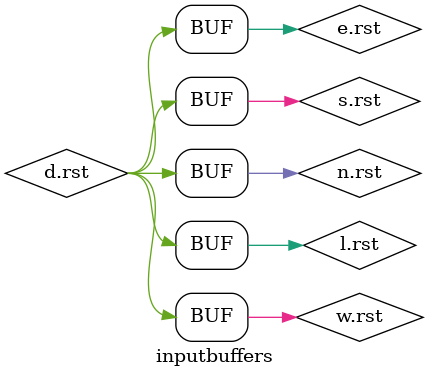
<source format=sv>
/**
* filename  		inputbuffers.sv 
* brief			instantiating queues to have top level input fifo buffers for each input port     		
* authors   		Adil sadik <ams2378@columbia.edu>
* data creation		11/11/12	
* 
* 
*	 
*/


module inputbuffers (
	ifc_buffer.dut d	
);

/*
 * instantiate the ifc_queue interfaces and map the inpus and
 * outputs from an inputbuffer interface to a queue interface
 */
ifc_queue n (d.clk);
ifc_queue s (d.clk);
ifc_queue e (d.clk);
ifc_queue w (d.clk);
ifc_queue l (d.clk);

assign n.rst = d.rst;
assign s.rst = d.rst;
assign e.rst = d.rst;
assign w.rst = d.rst;
assign l.rst = d.rst;

assign n.pop_req_i = d.pop_req_n_i;
assign s.pop_req_i = d.pop_req_s_i;
assign e.pop_req_i = d.pop_req_e_i;
assign w.pop_req_i = d.pop_req_w_i;
assign l.pop_req_i = d.pop_req_l_i;

assign n.data_i = d.north_i;	
assign s.data_i = d.south_i;
assign e.data_i = d.east_i;
assign w.data_i = d.west_i;
assign l.data_i = d.local_i;

assign n.data_o = d.north_o;
assign s.data_o = d.south_o;
assign e.data_o = d.east_o;
assign w.data_o = d.west_o;
assign l.data_o = d.local_o;

queue n_queue (
	.d (n.dut)
);

queue s_queue (
	.d (s.dut)	
);

queue e_queue (
	.d (e.dut)	
);

queue w_queue (
	.d (w.dut)
);

queue l_queue (
	.d (l.dut)	
);


endmodule

</source>
